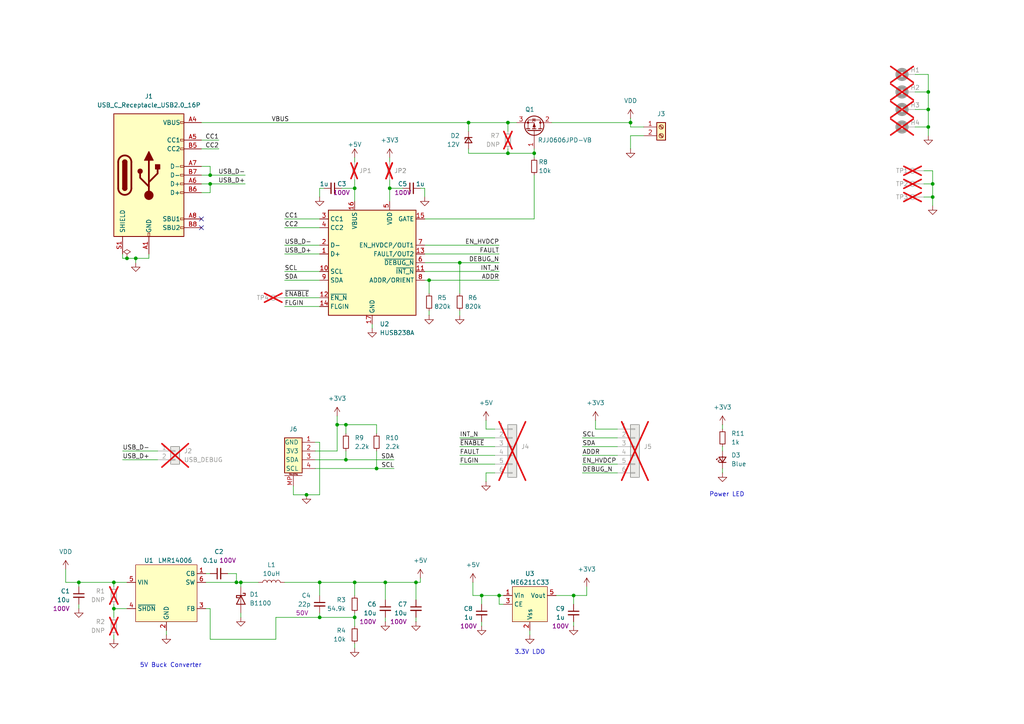
<source format=kicad_sch>
(kicad_sch (version 20231120) (generator "eeschema") (generator_version "8.0")
  (paper "A4")
  (lib_symbols
    (symbol "Connector:Screw_Terminal_01x02" (pin_names (offset 1.016) hide)
      (property "Reference" "J" (at 0 2.54 0))
      (property "Value" "Screw_Terminal_01x02" (at 0 -5.08 0))
      (symbol "Screw_Terminal_01x02_1_1"
        (pin passive line (at -5.08 0 0) (length 3.81) (name "Pin_1") (number "1"))
        (pin passive line (at -5.08 -2.54 0) (length 3.81) (name "Pin_2") (number "2"))
      )
    )
    (symbol "Connector:TestPoint" (pin_numbers hide) (pin_names (offset 0.762) hide)
      (property "Reference" "TP" (at 0 6.858 0))
      (property "Value" "TestPoint" (at 0 5.08 0))
      (symbol "TestPoint_1_1"
        (pin passive line (at 0 0 90) (length 2.54) (name "1") (number "1"))
      )
    )
    (symbol "Connector:USB_C_Receptacle_USB2.0_16P" (pin_names (offset 1.016))
      (property "Reference" "J" (at 0 22.225 0))
      (property "Value" "USB_C_Receptacle_USB2.0_16P" (at 0 19.685 0))
      (symbol "USB_C_Receptacle_USB2.0_16P_1_1"
        (pin passive line (at 0 -22.86 90) (length 5.08) (name "GND") (number "A1"))
        (pin passive line (at 0 -22.86 90) (length 5.08) hide (name "GND") (number "A12"))
        (pin passive line (at 15.24 15.24 180) (length 5.08) (name "VBUS") (number "A4"))
        (pin bidirectional line (at 15.24 10.16 180) (length 5.08) (name "CC1") (number "A5"))
        (pin bidirectional line (at 15.24 -2.54 180) (length 5.08) (name "D+") (number "A6"))
        (pin bidirectional line (at 15.24 2.54 180) (length 5.08) (name "D-") (number "A7"))
        (pin bidirectional line (at 15.24 -12.7 180) (length 5.08) (name "SBU1") (number "A8"))
        (pin passive line (at 15.24 15.24 180) (length 5.08) hide (name "VBUS") (number "A9"))
        (pin passive line (at 0 -22.86 90) (length 5.08) hide (name "GND") (number "B1"))
        (pin passive line (at 0 -22.86 90) (length 5.08) hide (name "GND") (number "B12"))
        (pin passive line (at 15.24 15.24 180) (length 5.08) hide (name "VBUS") (number "B4"))
        (pin bidirectional line (at 15.24 7.62 180) (length 5.08) (name "CC2") (number "B5"))
        (pin bidirectional line (at 15.24 -5.08 180) (length 5.08) (name "D+") (number "B6"))
        (pin bidirectional line (at 15.24 0 180) (length 5.08) (name "D-") (number "B7"))
        (pin bidirectional line (at 15.24 -15.24 180) (length 5.08) (name "SBU2") (number "B8"))
        (pin passive line (at 15.24 15.24 180) (length 5.08) hide (name "VBUS") (number "B9"))
        (pin passive line (at -7.62 -22.86 90) (length 5.08) (name "SHIELD") (number "S1"))
      )
    )
    (symbol "Connector_Generic:Conn_01x02" (pin_names (offset 1.016) hide)
      (property "Reference" "J" (at 0 2.54 0))
      (property "Value" "Conn_01x02" (at 0 -5.08 0))
      (symbol "Conn_01x02_1_1"
        (pin passive line (at -5.08 0 0) (length 3.81) (name "Pin_1") (number "1"))
        (pin passive line (at -5.08 -2.54 0) (length 3.81) (name "Pin_2") (number "2"))
      )
    )
    (symbol "Connector_Generic:Conn_01x06" (pin_names (offset 1.016) hide)
      (property "Reference" "J" (at 0 7.62 0))
      (property "Value" "Conn_01x06" (at 0 -10.16 0))
      (symbol "Conn_01x06_1_1"
        (pin passive line (at -5.08 5.08 0) (length 3.81) (name "Pin_1") (number "1"))
        (pin passive line (at -5.08 2.54 0) (length 3.81) (name "Pin_2") (number "2"))
        (pin passive line (at -5.08 0 0) (length 3.81) (name "Pin_3") (number "3"))
        (pin passive line (at -5.08 -2.54 0) (length 3.81) (name "Pin_4") (number "4"))
        (pin passive line (at -5.08 -5.08 0) (length 3.81) (name "Pin_5") (number "5"))
        (pin passive line (at -5.08 -7.62 0) (length 3.81) (name "Pin_6") (number "6"))
      )
    )
    (symbol "Device:C_Small" (pin_numbers hide) (pin_names (offset 0.254) hide)
      (property "Reference" "C" (at 0.254 1.778 0))
      (property "Value" "C_Small" (at 0.254 -2.032 0))
      (symbol "C_Small_1_1"
        (pin passive line (at 0 2.54 270) (length 2.032) (name "~") (number "1"))
        (pin passive line (at 0 -2.54 90) (length 2.032) (name "~") (number "2"))
      )
    )
    (symbol "Device:D_Schottky" (pin_numbers hide) (pin_names (offset 1.016) hide)
      (property "Reference" "D" (at 0 2.54 0))
      (property "Value" "D_Schottky" (at 0 -2.54 0))
      (symbol "D_Schottky_1_1"
        (pin passive line (at -3.81 0 0) (length 2.54) (name "K") (number "1"))
        (pin passive line (at 3.81 0 180) (length 2.54) (name "A") (number "2"))
      )
    )
    (symbol "Device:D_Zener_Small" (pin_numbers hide) (pin_names (offset 0.254) hide)
      (property "Reference" "D" (at 0 2.286 0))
      (property "Value" "D_Zener_Small" (at 0 -2.286 0))
      (symbol "D_Zener_Small_1_1"
        (pin passive line (at -2.54 0 0) (length 1.778) (name "K") (number "1"))
        (pin passive line (at 2.54 0 180) (length 1.778) (name "A") (number "2"))
      )
    )
    (symbol "Device:L" (pin_numbers hide) (pin_names (offset 1.016) hide)
      (property "Reference" "L" (at -1.27 0 90))
      (property "Value" "L" (at 1.905 0 90))
      (symbol "L_1_1"
        (pin passive line (at 0 3.81 270) (length 1.27) (name "1") (number "1"))
        (pin passive line (at 0 -3.81 90) (length 1.27) (name "2") (number "2"))
      )
    )
    (symbol "Device:LED_Small" (pin_numbers hide) (pin_names (offset 0.254) hide)
      (property "Reference" "D" (at -1.27 3.175 0))
      (property "Value" "LED_Small" (at -4.445 -2.54 0))
      (symbol "LED_Small_1_1"
        (pin passive line (at -2.54 0 0) (length 1.778) (name "K") (number "1"))
        (pin passive line (at 2.54 0 180) (length 1.778) (name "A") (number "2"))
      )
    )
    (symbol "Device:Q_PMOS_GDS" (pin_names (offset 0) hide)
      (property "Reference" "Q" (at 5.08 1.27 0))
      (property "Value" "Q_PMOS_GDS" (at 5.08 -1.27 0))
      (symbol "Q_PMOS_GDS_1_1"
        (pin input line (at -5.08 0 0) (length 2.54) (name "G") (number "1"))
        (pin passive line (at 2.54 5.08 270) (length 2.54) (name "D") (number "2"))
        (pin passive line (at 2.54 -5.08 90) (length 2.54) (name "S") (number "3"))
      )
    )
    (symbol "Device:R_Small" (pin_numbers hide) (pin_names (offset 0.254) hide)
      (property "Reference" "R" (at 0.762 0.508 0))
      (property "Value" "R_Small" (at 0.762 -1.016 0))
      (symbol "R_Small_1_1"
        (pin passive line (at 0 2.54 270) (length 0.762) (name "~") (number "1"))
        (pin passive line (at 0 -2.54 90) (length 0.762) (name "~") (number "2"))
      )
    )
    (symbol "Interface_USB:HUSB238A"
      (property "Reference" "U" (at -11.43 16.51 0))
      (property "Value" "HUSB238A" (at 0 7.62 0))
      (symbol "HUSB238A_1_1"
        (pin bidirectional line (at -15.24 2.54 0) (length 2.54) (name "D+") (number "1"))
        (pin bidirectional line (at -15.24 -2.54 0) (length 2.54) (name "SCL") (number "10"))
        (pin open_collector line (at 15.24 -2.54 180) (length 2.54) (name "~{INT_N}") (number "11"))
        (pin input line (at -15.24 -10.16 0) (length 2.54) (name "~{EN_N}") (number "12"))
        (pin bidirectional line (at 15.24 2.54 180) (length 2.54) (name "FAULT/OUT2") (number "13"))
        (pin input line (at -15.24 -12.7 0) (length 2.54) (name "FLGIN") (number "14"))
        (pin open_collector line (at 15.24 12.7 180) (length 2.54) (name "GATE") (number "15"))
        (pin power_in line (at -5.08 17.78 270) (length 2.54) (name "VBUS") (number "16"))
        (pin power_in line (at 0 -17.78 90) (length 2.54) (name "GND") (number "17"))
        (pin bidirectional line (at -15.24 5.08 0) (length 2.54) (name "D-") (number "2"))
        (pin bidirectional line (at -15.24 12.7 0) (length 2.54) (name "CC1") (number "3"))
        (pin bidirectional line (at -15.24 10.16 0) (length 2.54) (name "CC2") (number "4"))
        (pin power_in line (at 5.08 17.78 270) (length 2.54) (name "VDD") (number "5"))
        (pin output line (at 15.24 0 180) (length 2.54) (name "~{DEBUG_N}") (number "6"))
        (pin bidirectional line (at 15.24 5.08 180) (length 2.54) (name "EN_HVDCP/OUT1") (number "7"))
        (pin bidirectional line (at 15.24 -5.08 180) (length 2.54) (name "ADDR/ORIENT") (number "8"))
        (pin bidirectional line (at -15.24 -5.08 0) (length 2.54) (name "SDA") (number "9"))
      )
    )
    (symbol "Jumper:Jumper_2_Small_Bridged" (pin_numbers hide) (pin_names (offset 0) hide) (exclude_from_sim yes)
      (property "Reference" "JP" (at 0 2.032 0))
      (property "Value" "Jumper_2_Small_Bridged" (at 0 -2.286 0))
      (symbol "Jumper_2_Small_Bridged_1_1"
        (pin passive line (at -2.54 0 0) (length 1.27) (name "A") (number "1"))
        (pin passive line (at 2.54 0 180) (length 1.27) (name "B") (number "2"))
      )
    )
    (symbol "Mechanical:MountingHole_Pad" (pin_numbers hide) (pin_names (offset 1.016) hide) (exclude_from_sim yes) (in_bom no)
      (property "Reference" "H" (at 0 6.35 0))
      (property "Value" "MountingHole_Pad" (at 0 4.445 0))
      (symbol "MountingHole_Pad_1_1"
        (pin input line (at 0 -2.54 90) (length 2.54) (name "1") (number "1"))
      )
    )
    (symbol "OSSM:LMR14006"
      (property "Reference" "U" (at -7.62 7.62 0))
      (symbol "LMR14006_1_1"
        (pin input line (at 11.43 5.08 180) (length 2.54) (name "CB") (number "1"))
        (pin power_in line (at 0 -11.43 90) (length 2.54) (name "GND") (number "2"))
        (pin input line (at 11.43 -5.08 180) (length 2.54) (name "FB") (number "3"))
        (pin input line (at -11.43 -5.08 0) (length 2.54) (name "~{SHDN}") (number "4"))
        (pin power_in line (at -11.43 2.54 0) (length 2.54) (name "VIN") (number "5"))
        (pin input line (at 11.43 2.54 180) (length 2.54) (name "SW") (number "6"))
      )
    )
    (symbol "OSSM:ME6211C"
      (property "Reference" "U" (at -5.08 7.62 0))
      (symbol "ME6211C_1_1"
        (pin power_in line (at -7.62 2.54 0) (length 2.54) (name "Vin") (number "1"))
        (pin power_in line (at 0 -7.62 90) (length 2.54) (name "Vss") (number "2"))
        (pin input line (at -7.62 0 0) (length 2.54) (name "CE") (number "3"))
        (pin no_connect line (at 7.62 -2.54 180) (length 2.54) hide (name "NC") (number "4"))
        (pin power_out line (at 7.62 2.54 180) (length 2.54) (name "Vout") (number "5"))
      )
    )
    (symbol "SKEC_Symbols:Conn_QWIIC_Horizontal" (pin_names (offset 1.016))
      (property "Reference" "J" (at 0 5.08 0))
      (property "Value" "Conn_QWIIC_Horizontal" (at -5.08 10.16 0))
      (symbol "Conn_QWIIC_Horizontal_1_1"
        (text "Mounting" (at 0 -6.731 0) (effects (font (size 0.381 0.381))))
        (pin passive line (at -6.35 2.54 0) (length 3.81) (name "GND") (number "1"))
        (pin passive line (at -6.35 0 0) (length 3.81) (name "3V3") (number "2"))
        (pin passive line (at -6.35 -2.54 0) (length 3.81) (name "SDA") (number "3"))
        (pin passive line (at -6.35 -5.08 0) (length 3.81) (name "SCL") (number "4"))
        (pin passive line (at 0 -10.16 90) (length 3.048) (name "") (number "MP"))
      )
    )
    (symbol "power:+3V3" (power) (pin_numbers hide) (pin_names (offset 0) hide)
      (property "Value" "+3V3" (at 0 3.556 0))
      (symbol "+3V3_1_1"
        (pin power_in line (at 0 0 90) (length 0) (name "~") (number "1"))
      )
    )
    (symbol "power:+5V" (power) (pin_numbers hide) (pin_names (offset 0) hide)
      (property "Value" "+5V" (at 0 3.556 0))
      (symbol "+5V_1_1"
        (pin power_in line (at 0 0 90) (length 0) (name "~") (number "1"))
      )
    )
    (symbol "power:GND" (power) (pin_numbers hide) (pin_names (offset 0) hide)
      (property "Value" "GND" (at 0 -3.81 0))
      (symbol "GND_1_1"
        (pin power_in line (at 0 0 270) (length 0) (name "~") (number "1"))
      )
    )
    (symbol "power:PWR_FLAG" (power) (pin_numbers hide) (pin_names (offset 0) hide)
      (property "Value" "PWR_FLAG" (at 0 3.81 0))
      (symbol "PWR_FLAG_0_0"
        (pin power_out line (at 0 0 90) (length 0) (name "~") (number "1"))
      )
    )
    (symbol "power:VDD" (power) (pin_numbers hide) (pin_names (offset 0) hide)
      (property "Value" "VDD" (at 0 3.556 0))
      (symbol "VDD_1_1"
        (pin power_in line (at 0 0 90) (length 0) (name "~") (number "1"))
      )
    )
  )
  (junction (at 133.35 76.2))
  (junction (at 22.86 168.91))
  (junction (at 102.87 179.07))
  (junction (at 182.88 35.56))
  (junction (at 60.96 53.34))
  (junction (at 100.33 133.35))
  (junction (at 269.24 36.83))
  (junction (at 100.33 123.19))
  (junction (at 144.78 172.72))
  (junction (at 111.76 168.91))
  (junction (at 154.94 44.45))
  (junction (at 36.83 74.93))
  (junction (at 269.24 31.75))
  (junction (at 60.96 50.8))
  (junction (at 120.65 168.91))
  (junction (at 139.7 172.72))
  (junction (at 270.51 53.34))
  (junction (at 166.37 172.72))
  (junction (at 92.71 168.91))
  (junction (at 68.58 168.91))
  (junction (at 135.89 35.56))
  (junction (at 270.51 57.15))
  (junction (at 113.03 54.61))
  (junction (at 33.02 176.53))
  (junction (at 102.87 54.61))
  (junction (at 88.9 143.51))
  (junction (at 269.24 26.67))
  (junction (at 124.46 81.28))
  (junction (at 33.02 168.91))
  (junction (at 102.87 168.91))
  (junction (at 69.85 168.91))
  (junction (at 97.79 123.19))
  (junction (at 109.22 135.89))
  (junction (at 147.32 44.45))
  (junction (at 92.71 179.07))
  (junction (at 39.37 74.93))
  (junction (at 147.32 35.56))
  (no_connect (at 58.42 63.5))
  (no_connect (at 58.42 66.04))
  (wire (pts (xy 113.03 54.61) (xy 113.03 58.42)))
  (wire (pts (xy 60.96 185.42) (xy 80.01 185.42)))
  (wire (pts (xy 209.55 129.54) (xy 209.55 130.81)))
  (wire (pts (xy 135.89 44.45) (xy 147.32 44.45)))
  (wire (pts (xy 161.29 172.72) (xy 166.37 172.72)))
  (wire (pts (xy 82.55 71.12) (xy 92.71 71.12)))
  (wire (pts (xy 22.86 170.18) (xy 22.86 168.91)))
  (wire (pts (xy 186.69 39.37) (xy 182.88 39.37)))
  (wire (pts (xy 133.35 127) (xy 143.51 127)))
  (wire (pts (xy 111.76 168.91) (xy 102.87 168.91)))
  (wire (pts (xy 166.37 172.72) (xy 170.18 172.72)))
  (wire (pts (xy 168.91 137.16) (xy 179.07 137.16)))
  (wire (pts (xy 269.24 36.83) (xy 269.24 39.37)))
  (wire (pts (xy 92.71 179.07) (xy 102.87 179.07)))
  (wire (pts (xy 137.16 172.72) (xy 139.7 172.72)))
  (wire (pts (xy 60.96 176.53) (xy 60.96 185.42)))
  (wire (pts (xy 36.83 168.91) (xy 33.02 168.91)))
  (wire (pts (xy 92.71 168.91) (xy 92.71 172.72)))
  (wire (pts (xy 133.35 76.2) (xy 123.19 76.2)))
  (wire (pts (xy 58.42 48.26) (xy 60.96 48.26)))
  (wire (pts (xy 100.33 130.81) (xy 100.33 133.35)))
  (wire (pts (xy 140.97 121.92) (xy 140.97 124.46)))
  (wire (pts (xy 91.44 128.27) (xy 92.71 128.27)))
  (wire (pts (xy 123.19 54.61) (xy 121.92 54.61)))
  (wire (pts (xy 121.92 167.64) (xy 121.92 168.91)))
  (wire (pts (xy 92.71 66.04) (xy 82.55 66.04)))
  (wire (pts (xy 80.01 185.42) (xy 80.01 179.07)))
  (wire (pts (xy 123.19 81.28) (xy 124.46 81.28)))
  (wire (pts (xy 69.85 168.91) (xy 69.85 170.18)))
  (wire (pts (xy 133.35 85.09) (xy 133.35 76.2)))
  (wire (pts (xy 59.69 176.53) (xy 60.96 176.53)))
  (wire (pts (xy 19.05 165.1) (xy 19.05 168.91)))
  (wire (pts (xy 88.9 143.51) (xy 92.71 143.51)))
  (wire (pts (xy 166.37 180.34) (xy 166.37 181.61)))
  (wire (pts (xy 58.42 35.56) (xy 135.89 35.56)))
  (wire (pts (xy 133.35 134.62) (xy 143.51 134.62)))
  (wire (pts (xy 270.51 57.15) (xy 270.51 59.69)))
  (wire (pts (xy 59.69 166.37) (xy 60.96 166.37)))
  (wire (pts (xy 102.87 186.69) (xy 102.87 187.96)))
  (wire (pts (xy 60.96 55.88) (xy 58.42 55.88)))
  (wire (pts (xy 172.72 124.46) (xy 172.72 121.92)))
  (wire (pts (xy 111.76 179.07) (xy 111.76 180.34)))
  (wire (pts (xy 48.26 182.88) (xy 48.26 184.15)))
  (wire (pts (xy 113.03 52.07) (xy 113.03 54.61)))
  (wire (pts (xy 58.42 43.18) (xy 63.5 43.18)))
  (wire (pts (xy 58.42 40.64) (xy 63.5 40.64)))
  (wire (pts (xy 154.94 44.45) (xy 154.94 45.72)))
  (wire (pts (xy 135.89 35.56) (xy 147.32 35.56)))
  (wire (pts (xy 123.19 57.15) (xy 123.19 54.61)))
  (wire (pts (xy 140.97 137.16) (xy 143.51 137.16)))
  (wire (pts (xy 66.04 166.37) (xy 68.58 166.37)))
  (wire (pts (xy 92.71 81.28) (xy 82.55 81.28)))
  (wire (pts (xy 97.79 123.19) (xy 97.79 120.65)))
  (wire (pts (xy 113.03 45.72) (xy 113.03 46.99)))
  (wire (pts (xy 102.87 179.07) (xy 102.87 177.8)))
  (wire (pts (xy 33.02 176.53) (xy 33.02 175.26)))
  (wire (pts (xy 123.19 78.74) (xy 144.78 78.74)))
  (wire (pts (xy 92.71 57.15) (xy 92.71 54.61)))
  (wire (pts (xy 82.55 73.66) (xy 92.71 73.66)))
  (wire (pts (xy 43.18 74.93) (xy 43.18 73.66)))
  (wire (pts (xy 154.94 50.8) (xy 154.94 63.5)))
  (wire (pts (xy 92.71 54.61) (xy 93.98 54.61)))
  (wire (pts (xy 166.37 172.72) (xy 166.37 175.26)))
  (wire (pts (xy 82.55 88.9) (xy 92.71 88.9)))
  (wire (pts (xy 147.32 35.56) (xy 149.86 35.56)))
  (wire (pts (xy 82.55 168.91) (xy 92.71 168.91)))
  (wire (pts (xy 35.56 130.81) (xy 45.72 130.81)))
  (wire (pts (xy 111.76 168.91) (xy 111.76 173.99)))
  (wire (pts (xy 71.12 50.8) (xy 60.96 50.8)))
  (wire (pts (xy 71.12 53.34) (xy 60.96 53.34)))
  (wire (pts (xy 113.03 54.61) (xy 116.84 54.61)))
  (wire (pts (xy 270.51 53.34) (xy 270.51 57.15)))
  (wire (pts (xy 265.43 36.83) (xy 269.24 36.83)))
  (wire (pts (xy 153.67 182.88) (xy 153.67 184.15)))
  (wire (pts (xy 120.65 168.91) (xy 111.76 168.91)))
  (wire (pts (xy 139.7 172.72) (xy 144.78 172.72)))
  (wire (pts (xy 154.94 43.18) (xy 154.94 44.45)))
  (wire (pts (xy 35.56 73.66) (xy 35.56 74.93)))
  (wire (pts (xy 124.46 90.17) (xy 124.46 91.44)))
  (wire (pts (xy 92.71 78.74) (xy 82.55 78.74)))
  (wire (pts (xy 135.89 35.56) (xy 135.89 38.1)))
  (wire (pts (xy 58.42 50.8) (xy 60.96 50.8)))
  (wire (pts (xy 140.97 139.7) (xy 140.97 137.16)))
  (wire (pts (xy 80.01 179.07) (xy 92.71 179.07)))
  (wire (pts (xy 269.24 21.59) (xy 269.24 26.67)))
  (wire (pts (xy 265.43 26.67) (xy 269.24 26.67)))
  (wire (pts (xy 69.85 177.8) (xy 69.85 179.07)))
  (wire (pts (xy 168.91 127) (xy 179.07 127)))
  (wire (pts (xy 85.09 140.97) (xy 85.09 143.51)))
  (wire (pts (xy 68.58 168.91) (xy 69.85 168.91)))
  (wire (pts (xy 137.16 168.91) (xy 137.16 172.72)))
  (wire (pts (xy 186.69 36.83) (xy 182.88 36.83)))
  (wire (pts (xy 36.83 176.53) (xy 33.02 176.53)))
  (wire (pts (xy 39.37 74.93) (xy 43.18 74.93)))
  (wire (pts (xy 35.56 74.93) (xy 36.83 74.93)))
  (wire (pts (xy 109.22 135.89) (xy 114.3 135.89)))
  (wire (pts (xy 100.33 123.19) (xy 109.22 123.19)))
  (wire (pts (xy 85.09 143.51) (xy 88.9 143.51)))
  (wire (pts (xy 182.88 35.56) (xy 182.88 34.29)))
  (wire (pts (xy 139.7 180.34) (xy 139.7 181.61)))
  (wire (pts (xy 270.51 49.53) (xy 270.51 53.34)))
  (wire (pts (xy 133.35 129.54) (xy 143.51 129.54)))
  (wire (pts (xy 120.65 168.91) (xy 120.65 173.99)))
  (wire (pts (xy 59.69 168.91) (xy 68.58 168.91)))
  (wire (pts (xy 133.35 76.2) (xy 144.78 76.2)))
  (wire (pts (xy 58.42 53.34) (xy 60.96 53.34)))
  (wire (pts (xy 269.24 31.75) (xy 269.24 36.83)))
  (wire (pts (xy 91.44 130.81) (xy 97.79 130.81)))
  (wire (pts (xy 102.87 45.72) (xy 102.87 46.99)))
  (wire (pts (xy 91.44 133.35) (xy 100.33 133.35)))
  (wire (pts (xy 109.22 135.89) (xy 109.22 130.81)))
  (wire (pts (xy 146.05 175.26) (xy 144.78 175.26)))
  (wire (pts (xy 124.46 81.28) (xy 144.78 81.28)))
  (wire (pts (xy 147.32 38.1) (xy 147.32 35.56)))
  (wire (pts (xy 92.71 128.27) (xy 92.71 143.51)))
  (wire (pts (xy 124.46 81.28) (xy 124.46 85.09)))
  (wire (pts (xy 265.43 31.75) (xy 269.24 31.75)))
  (wire (pts (xy 33.02 176.53) (xy 33.02 179.07)))
  (wire (pts (xy 123.19 73.66) (xy 144.78 73.66)))
  (wire (pts (xy 123.19 71.12) (xy 144.78 71.12)))
  (wire (pts (xy 22.86 175.26) (xy 22.86 176.53)))
  (wire (pts (xy 92.71 63.5) (xy 82.55 63.5)))
  (wire (pts (xy 60.96 48.26) (xy 60.96 50.8)))
  (wire (pts (xy 209.55 123.19) (xy 209.55 124.46)))
  (wire (pts (xy 267.97 53.34) (xy 270.51 53.34)))
  (wire (pts (xy 133.35 90.17) (xy 133.35 91.44)))
  (wire (pts (xy 179.07 124.46) (xy 172.72 124.46)))
  (wire (pts (xy 33.02 184.15) (xy 33.02 185.42)))
  (wire (pts (xy 135.89 43.18) (xy 135.89 44.45)))
  (wire (pts (xy 269.24 26.67) (xy 269.24 31.75)))
  (wire (pts (xy 182.88 36.83) (xy 182.88 35.56)))
  (wire (pts (xy 36.83 74.93) (xy 39.37 74.93)))
  (wire (pts (xy 109.22 125.73) (xy 109.22 123.19)))
  (wire (pts (xy 100.33 125.73) (xy 100.33 123.19)))
  (wire (pts (xy 139.7 172.72) (xy 139.7 175.26)))
  (wire (pts (xy 91.44 135.89) (xy 109.22 135.89)))
  (wire (pts (xy 107.95 93.98) (xy 107.95 95.25)))
  (wire (pts (xy 19.05 168.91) (xy 22.86 168.91)))
  (wire (pts (xy 92.71 168.91) (xy 102.87 168.91)))
  (wire (pts (xy 35.56 133.35) (xy 45.72 133.35)))
  (wire (pts (xy 144.78 175.26) (xy 144.78 172.72)))
  (wire (pts (xy 120.65 179.07) (xy 120.65 180.34)))
  (wire (pts (xy 140.97 124.46) (xy 143.51 124.46)))
  (wire (pts (xy 60.96 53.34) (xy 60.96 55.88)))
  (wire (pts (xy 92.71 177.8) (xy 92.71 179.07)))
  (wire (pts (xy 267.97 57.15) (xy 270.51 57.15)))
  (wire (pts (xy 102.87 54.61) (xy 102.87 58.42)))
  (wire (pts (xy 168.91 129.54) (xy 179.07 129.54)))
  (wire (pts (xy 147.32 44.45) (xy 154.94 44.45)))
  (wire (pts (xy 82.55 86.36) (xy 92.71 86.36)))
  (wire (pts (xy 102.87 52.07) (xy 102.87 54.61)))
  (wire (pts (xy 102.87 179.07) (xy 102.87 181.61)))
  (wire (pts (xy 100.33 133.35) (xy 114.3 133.35)))
  (wire (pts (xy 33.02 168.91) (xy 33.02 170.18)))
  (wire (pts (xy 147.32 43.18) (xy 147.32 44.45)))
  (wire (pts (xy 170.18 170.18) (xy 170.18 172.72)))
  (wire (pts (xy 168.91 134.62) (xy 179.07 134.62)))
  (wire (pts (xy 144.78 172.72) (xy 146.05 172.72)))
  (wire (pts (xy 22.86 168.91) (xy 33.02 168.91)))
  (wire (pts (xy 267.97 49.53) (xy 270.51 49.53)))
  (wire (pts (xy 209.55 135.89) (xy 209.55 137.16)))
  (wire (pts (xy 69.85 168.91) (xy 74.93 168.91)))
  (wire (pts (xy 265.43 21.59) (xy 269.24 21.59)))
  (wire (pts (xy 182.88 39.37) (xy 182.88 43.18)))
  (wire (pts (xy 102.87 168.91) (xy 102.87 172.72)))
  (wire (pts (xy 160.02 35.56) (xy 182.88 35.56)))
  (wire (pts (xy 121.92 168.91) (xy 120.65 168.91)))
  (wire (pts (xy 39.37 74.93) (xy 39.37 76.2)))
  (wire (pts (xy 168.91 132.08) (xy 179.07 132.08)))
  (wire (pts (xy 97.79 130.81) (xy 97.79 123.19)))
  (wire (pts (xy 68.58 166.37) (xy 68.58 168.91)))
  (wire (pts (xy 102.87 54.61) (xy 99.06 54.61)))
  (wire (pts (xy 97.79 123.19) (xy 100.33 123.19)))
  (wire (pts (xy 133.35 132.08) (xy 143.51 132.08)))
  (wire (pts (xy 123.19 63.5) (xy 154.94 63.5)))
  (text "5V Buck Converter" (at 49.53 193.04 0) (effects (font (size 1.27 1.27))))
  (text "3.3V LDO" (at 153.67 189.23 0) (effects (font (size 1.27 1.27))))
  (text "Power LED" (at 210.82 143.51 0) (effects (font (size 1.27 1.27))))
  (label "FLGIN" (at 133.35 134.62 0))
  (label "USB_D-" (at 71.12 50.8 180))
  (label "SCL" (at 82.55 78.74 0))
  (label "USB_D-" (at 82.55 71.12 0))
  (label "DEBUG_N" (at 168.91 137.16 0))
  (label "SDA" (at 168.91 129.54 0))
  (label "CC2" (at 63.5 43.18 180))
  (label "~{ENABLE}" (at 82.55 86.36 0))
  (label "SDA" (at 82.55 81.28 0))
  (label "CC1" (at 63.5 40.64 180))
  (label "SDA" (at 114.3 133.35 180))
  (label "USB_D+" (at 71.12 53.34 180))
  (label "VBUS" (at 78.74 35.56 0))
  (label "INT_N" (at 144.78 78.74 180))
  (label "EN_HVDCP" (at 144.78 71.12 180))
  (label "USB_D-" (at 35.56 130.81 0))
  (label "CC2" (at 82.55 66.04 0))
  (label "DEBUG_N" (at 144.78 76.2 180))
  (label "FAULT" (at 133.35 132.08 0))
  (label "SCL" (at 114.3 135.89 180))
  (label "ADDR" (at 144.78 81.28 180))
  (label "EN_HVDCP" (at 168.91 134.62 0))
  (label "~{ENABLE}" (at 133.35 129.54 0))
  (label "CC1" (at 82.55 63.5 0))
  (label "ADDR" (at 168.91 132.08 0))
  (label "FAULT" (at 144.78 73.66 180))
  (label "FLGIN" (at 82.55 88.9 0))
  (label "USB_D+" (at 35.56 133.35 0))
  (label "SCL" (at 168.91 127 0))
  (label "INT_N" (at 133.35 127 0))
  (label "USB_D+" (at 82.55 73.66 0))
  (symbol (lib_id "Connector:Screw_Terminal_01x02") (at 191.77 36.83 0) (unit 1)
    (property "Reference" "J3" (at 191.77 33.02 0))
    (property "Value" "Screw_Terminal_01x02" (effects (hide yes)))
    (property "Footprint" "TerminalBlock_Phoenix:TerminalBlock_Phoenix_MKDS-1,5-2_1x02_P5.00mm_Horizontal" (effects (hide yes)))
    (property "Datasheet" "https://www.lcsc.com/datasheet/lcsc_datasheet_1912251632_Ningbo-Kangnex-Elec-WJ128V-5-0-2P_C8269.pdf" (effects (hide yes)))
    (property "Description" "Generic screw terminal, single row, 01x02, script generated (kicad-library-utils/schlib/autogen/connector/)" (effects (hide yes)))
    (property "MPN" "C8269" (effects (hide yes)))
  )
  (symbol (lib_id "power:GND") (at 153.67 184.15 0) (unit 1)
    (property "Reference" "#PWR021" (effects (hide yes)))
    (property "Value" "GND" (effects (hide yes)))
    (property "Description" "Power symbol creates a global label with name \"GND\" , ground" (effects (hide yes)))
  )
  (symbol (lib_id "power:+5V") (at 121.92 167.64 0) (unit 1)
    (property "Reference" "#PWR017" (effects (hide yes)))
    (property "Value" "+5V" (at 121.92 162.56 0))
    (property "Description" "Power symbol creates a global label with name \"+5V\"" (effects (hide yes)))
  )
  (symbol (lib_id "power:GND") (at 140.97 139.7 0) (unit 1)
    (property "Reference" "#PWR028" (effects (hide yes)))
    (property "Value" "GND" (effects (hide yes)))
    (property "Description" "Power symbol creates a global label with name \"GND\" , ground" (effects (hide yes)))
  )
  (symbol (lib_id "power:+3V3") (at 170.18 170.18 0) (unit 1)
    (property "Reference" "#PWR025" (effects (hide yes)))
    (property "Value" "+3V3" (at 170.18 165.1 0))
    (property "Description" "Power symbol creates a global label with name \"+3V3\"" (effects (hide yes)))
  )
  (symbol (lib_id "Connector:TestPoint") (at 82.55 86.36 90) (unit 1) (in_bom no) (dnp yes)
    (property "Reference" "TP4" (at 76.2 86.36 90))
    (property "Value" "TestPoint" (effects (hide yes)))
    (property "Footprint" "TestPoint:TestPoint_THTPad_D1.0mm_Drill0.5mm" (effects (hide yes)))
    (property "Description" "test point" (effects (hide yes)))
  )
  (symbol (lib_id "Mechanical:MountingHole_Pad") (at 262.89 36.83 90) (unit 1) (exclude_from_sim yes) (in_bom no) (dnp yes)
    (property "Reference" "H4" (at 265.43 35.56 90))
    (property "Value" "MountingHole_Pad" (effects (hide yes)))
    (property "Footprint" "MountingHole:MountingHole_3.2mm_M3_Pad_Via" (effects (hide yes)))
    (property "Description" "Mounting Hole with connection" (effects (hide yes)))
  )
  (symbol (lib_id "Device:C_Small") (at 92.71 175.26 0) (mirror y) (unit 1)
    (property "Reference" "C4" (at 90.17 172.72 0) (effects (justify left)))
    (property "Value" "22p" (at 90.17 175.26 0) (effects (justify left)))
    (property "Footprint" "Capacitor_SMD:C_0402_1005Metric" (effects (hide yes)))
    (property "Datasheet" "https://www.lcsc.com/datasheet/lcsc_datasheet_2410010133_Murata-Electronics-GRT1555C2A220JA02D_C883567.pdf" (effects (hide yes)))
    (property "Description" "Unpolarized capacitor, small symbol" (effects (hide yes)))
    (property "MPN" "C883567" (effects (hide yes)))
    (property "Voltage" "50V" (at 87.63 177.7938 0))
  )
  (symbol (lib_id "OSSM:ME6211C") (at 153.67 175.26 0) (unit 1)
    (property "Reference" "U3" (at 153.67 166.37 0))
    (property "Value" "ME6211C33" (at 153.67 168.91 0))
    (property "Footprint" "Package_TO_SOT_SMD:SOT-23-5" (effects (hide yes)))
    (property "Datasheet" "https://www.lcsc.com/datasheet/lcsc_datasheet_1811131510_MICRONE-Nanjing-Micro-One-Elec-ME6211C33M5G-N_C82942.pdf" (effects (hide yes)))
    (property "MPN" "C82942" (effects (hide yes)))
  )
  (symbol (lib_id "Connector_Generic:Conn_01x06") (at 184.15 129.54 0) (unit 1) (in_bom no) (dnp yes)
    (property "Reference" "J5" (at 186.69 129.5399 0) (effects (justify left)))
    (property "Value" "Conn_01x06" (effects (hide yes)))
    (property "Footprint" "Connector_PinHeader_2.54mm:PinHeader_1x06_P2.54mm_Vertical" (effects (hide yes)))
    (property "Description" "Generic connector, single row, 01x06, script generated (kicad-library-utils/schlib/autogen/connector/)" (effects (hide yes)))
  )
  (symbol (lib_id "Connector:TestPoint") (at 267.97 49.53 90) (unit 1) (in_bom no) (dnp yes)
    (property "Reference" "TP1" (at 261.62 49.53 90))
    (property "Value" "TestPoint" (effects (hide yes)))
    (property "Footprint" "TestPoint:TestPoint_THTPad_D1.0mm_Drill0.5mm" (effects (hide yes)))
    (property "Description" "test point" (effects (hide yes)))
  )
  (symbol (lib_id "power:+3V3") (at 97.79 120.65 0) (unit 1)
    (property "Reference" "#PWR032" (effects (hide yes)))
    (property "Value" "+3V3" (at 97.79 115.57 0))
    (property "Description" "Power symbol creates a global label with name \"+3V3\"" (effects (hide yes)))
  )
  (symbol (lib_id "Device:C_Small") (at 63.5 166.37 90) (unit 1)
    (property "Reference" "C2" (at 63.5063 160.02 90))
    (property "Value" "0.1u" (at 60.96 162.56 90))
    (property "Footprint" "Capacitor_SMD:C_0603_1608Metric" (effects (hide yes)))
    (property "Datasheet" "https://www.lcsc.com/datasheet/lcsc_datasheet_1811131730_YAGEO-CC0603KRX7R0BB104_C113803.pdf" (effects (hide yes)))
    (property "Description" "Unpolarized capacitor, small symbol" (effects (hide yes)))
    (property "MPN" "C113803" (effects (hide yes)))
    (property "Voltage" "100V" (at 66.04 162.56 90))
  )
  (symbol (lib_id "Mechanical:MountingHole_Pad") (at 262.89 21.59 90) (unit 1) (exclude_from_sim yes) (in_bom no) (dnp yes)
    (property "Reference" "H1" (at 265.43 20.32 90))
    (property "Value" "MountingHole_Pad" (effects (hide yes)))
    (property "Footprint" "MountingHole:MountingHole_3.2mm_M3_Pad_Via" (effects (hide yes)))
    (property "Description" "Mounting Hole with connection" (effects (hide yes)))
  )
  (symbol (lib_id "Device:R_Small") (at 133.35 87.63 0) (mirror x) (unit 1)
    (property "Reference" "R6" (at 138.43 86.36 0) (effects (justify right)))
    (property "Value" "820k" (at 139.7 88.9 0) (effects (justify right)))
    (property "Footprint" "Resistor_SMD:R_0402_1005Metric" (effects (hide yes)))
    (property "Description" "Resistor, small symbol" (effects (hide yes)))
    (property "MPN" "C273727" (effects (hide yes)))
  )
  (symbol (lib_id "Device:R_Small") (at 102.87 184.15 0) (mirror y) (unit 1)
    (property "Reference" "R4" (at 100.33 182.8799 0) (effects (justify left)))
    (property "Value" "10k" (at 100.33 185.4199 0) (effects (justify left)))
    (property "Footprint" "Resistor_SMD:R_0402_1005Metric" (effects (hide yes)))
    (property "Description" "Resistor, small symbol" (effects (hide yes)))
    (property "MPN" "C60490" (effects (hide yes)))
  )
  (symbol (lib_id "Device:LED_Small") (at 209.55 133.35 90) (unit 1)
    (property "Reference" "D3" (at 212.09 132.0164 90) (effects (justify right)))
    (property "Value" "Blue" (at 212.09 134.5564 90) (effects (justify right)))
    (property "Footprint" "LED_SMD:LED_0603_1608Metric" (effects (hide yes)))
    (property "Datasheet" "https://www.lcsc.com/datasheet/lcsc_datasheet_2308091127_TUOZHAN-F-0603-00026-P2-0603B1TS2-06T-001_C7496819.pdf" (effects (hide yes)))
    (property "Description" "Light emitting diode, small symbol" (effects (hide yes)))
    (property "MPN" "C7496819" (effects (hide yes)))
  )
  (symbol (lib_id "power:GND") (at 102.87 187.96 0) (unit 1)
    (property "Reference" "#PWR011" (effects (hide yes)))
    (property "Value" "GND" (effects (hide yes)))
    (property "Description" "Power symbol creates a global label with name \"GND\" , ground" (effects (hide yes)))
  )
  (symbol (lib_id "Interface_USB:HUSB238A") (at 107.95 76.2 0) (unit 1)
    (property "Reference" "U2" (at 110.1441 93.98 0) (effects (justify left)))
    (property "Value" "HUSB238A" (at 110.1441 96.52 0) (effects (justify left)))
    (property "Footprint" "Package_DFN_QFN:QFN-16-1EP_3x3mm_P0.5mm_EP1.7x1.7mm" (effects (hide yes)))
    (property "Datasheet" "https://wmsc.lcsc.com/wmsc/upload/file/pdf/v2/lcsc/2407031138_Hynetek-HUSB238A-BB001-QN16R_C24833806.pdf" (effects (hide yes)))
    (property "Description" "USB-PD Sink IC Port Controller, QFN-16" (effects (hide yes)))
    (property "MPN" "C24833806" (effects (hide yes)))
  )
  (symbol (lib_id "power:GND") (at 48.26 184.15 0) (unit 1)
    (property "Reference" "#PWR05" (effects (hide yes)))
    (property "Value" "GND" (effects (hide yes)))
    (property "Description" "Power symbol creates a global label with name \"GND\" , ground" (effects (hide yes)))
  )
  (symbol (lib_id "Device:C_Small") (at 139.7 177.8 0) (mirror y) (unit 1)
    (property "Reference" "C8" (at 137.16 176.5362 0) (effects (justify left)))
    (property "Value" "1u" (at 137.16 179.0762 0) (effects (justify left)))
    (property "Footprint" "Capacitor_SMD:C_0805_2012Metric" (effects (hide yes)))
    (property "Datasheet" "https://www.lcsc.com/datasheet/lcsc_datasheet_2211282230_Taiyo-Yuden-HMK212BC7105KGHTE_C385977.pdf" (effects (hide yes)))
    (property "Description" "Unpolarized capacitor, small symbol" (effects (hide yes)))
    (property "MPN" "C385977" (effects (hide yes)))
    (property "Voltage" "100V" (at 135.89 181.61 0))
  )
  (symbol (lib_id "power:+5V") (at 102.87 45.72 0) (unit 1)
    (property "Reference" "#PWR08" (effects (hide yes)))
    (property "Value" "+5V" (at 102.87 41.91 0))
    (property "Description" "Power symbol creates a global label with name \"+5V\"" (effects (hide yes)))
  )
  (symbol (lib_id "power:GND") (at 33.02 185.42 0) (unit 1)
    (property "Reference" "#PWR04" (effects (hide yes)))
    (property "Value" "GND" (effects (hide yes)))
    (property "Description" "Power symbol creates a global label with name \"GND\" , ground" (effects (hide yes)))
  )
  (symbol (lib_id "Device:R_Small") (at 209.55 127 0) (unit 1)
    (property "Reference" "R11" (at 212.09 125.7299 0) (effects (justify left)))
    (property "Value" "1k" (at 212.09 128.2699 0) (effects (justify left)))
    (property "Footprint" "Resistor_SMD:R_0402_1005Metric" (effects (hide yes)))
    (property "Description" "Resistor, small symbol" (effects (hide yes)))
    (property "MPN" "C11702" (effects (hide yes)))
  )
  (symbol (lib_id "power:+3V3") (at 113.03 45.72 0) (unit 1)
    (property "Reference" "#PWR010" (effects (hide yes)))
    (property "Value" "+3V3" (at 113.03 40.64 0))
    (property "Description" "Power symbol creates a global label with name \"+3V3\"" (effects (hide yes)))
  )
  (symbol (lib_id "Device:R_Small") (at 100.33 128.27 0) (unit 1)
    (property "Reference" "R9" (at 102.87 126.9999 0) (effects (justify left)))
    (property "Value" "2.2k" (at 102.87 129.5399 0) (effects (justify left)))
    (property "Footprint" "Resistor_SMD:R_0402_1005Metric_Pad0.72x0.64mm_HandSolder" (effects (hide yes)))
    (property "Description" "Resistor, small symbol" (effects (hide yes)))
  )
  (symbol (lib_id "power:GND") (at 69.85 179.07 0) (unit 1)
    (property "Reference" "#PWR06" (effects (hide yes)))
    (property "Value" "GND" (effects (hide yes)))
    (property "Description" "Power symbol creates a global label with name \"GND\" , ground" (effects (hide yes)))
  )
  (symbol (lib_id "power:VDD") (at 19.05 165.1 0) (unit 1)
    (property "Reference" "#PWR01" (effects (hide yes)))
    (property "Value" "VDD" (at 19.05 160.02 0))
    (property "Description" "Power symbol creates a global label with name \"VDD\"" (effects (hide yes)))
  )
  (symbol (lib_id "power:GND") (at 120.65 180.34 0) (unit 1)
    (property "Reference" "#PWR016" (effects (hide yes)))
    (property "Value" "GND" (effects (hide yes)))
    (property "Description" "Power symbol creates a global label with name \"GND\" , ground" (effects (hide yes)))
  )
  (symbol (lib_id "Device:C_Small") (at 119.38 54.61 90) (mirror x) (unit 1)
    (property "Reference" "C5" (at 118.11 53.34 90) (effects (justify left)))
    (property "Value" "1u" (at 123.19 53.34 90) (effects (justify left)))
    (property "Footprint" "Capacitor_SMD:C_0805_2012Metric" (effects (hide yes)))
    (property "Datasheet" "https://www.lcsc.com/datasheet/lcsc_datasheet_2211282230_Taiyo-Yuden-HMK212BC7105KGHTE_C385977.pdf" (effects (hide yes)))
    (property "Description" "Unpolarized capacitor, small symbol" (effects (hide yes)))
    (property "MPN" "C385977" (effects (hide yes)))
    (property "Voltage" "100V" (at 116.84 55.88 90))
  )
  (symbol (lib_id "Device:D_Schottky") (at 69.85 173.99 270) (unit 1)
    (property "Reference" "D1" (at 72.39 172.4024 90) (effects (justify left)))
    (property "Value" "B1100" (at 72.39 174.9424 90) (effects (justify left)))
    (property "Footprint" "Diode_SMD:D_SMA" (effects (hide yes)))
    (property "Datasheet" "https://wmsc.lcsc.com/wmsc/upload/file/pdf/v2/lcsc/2304140030_Diodes-Incorporated-B1100-13-F_C110106.pdf" (effects (hide yes)))
    (property "Description" "Schottky diode" (effects (hide yes)))
    (property "MPN" "C110106" (effects (hide yes)))
  )
  (symbol (lib_id "power:+3V3") (at 172.72 121.92 0) (unit 1)
    (property "Reference" "#PWR027" (effects (hide yes)))
    (property "Value" "+3V3" (at 172.72 116.84 0))
    (property "Description" "Power symbol creates a global label with name \"+3V3\"" (effects (hide yes)))
  )
  (symbol (lib_id "OSSM:LMR14006") (at 48.26 171.45 0) (unit 1)
    (property "Reference" "U1" (at 43.18 162.56 0))
    (property "Value" "LMR14006" (at 50.8 162.56 0))
    (property "Footprint" "Package_TO_SOT_SMD:SOT-23-6" (effects (hide yes)))
    (property "Datasheet" "https://www.ti.com/lit/ds/symlink/lmr14006.pdf" (effects (hide yes)))
    (property "MPN" "C477919" (effects (hide yes)))
  )
  (symbol (lib_id "Device:C_Small") (at 120.65 176.53 0) (mirror y) (unit 1)
    (property "Reference" "C7" (at 118.11 175.2662 0) (effects (justify left)))
    (property "Value" "10u" (at 118.11 177.8062 0) (effects (justify left)))
    (property "Footprint" "Capacitor_SMD:C_1210_3225Metric" (effects (hide yes)))
    (property "Datasheet" "https://www.lcsc.com/datasheet/lcsc_datasheet_2209061730_PSA-Prosperity-Dielectrics-FS32X106K101EGG_C5156756.pdf" (effects (hide yes)))
    (property "Description" "Unpolarized capacitor, small symbol" (effects (hide yes)))
    (property "MPN" "C5156756" (effects (hide yes)))
    (property "Voltage" "100V" (at 115.57 180.34 0))
  )
  (symbol (lib_id "Device:R_Small") (at 109.22 128.27 0) (unit 1)
    (property "Reference" "R10" (at 111.76 126.9999 0) (effects (justify left)))
    (property "Value" "2.2k" (at 111.76 129.5399 0) (effects (justify left)))
    (property "Footprint" "Resistor_SMD:R_0402_1005Metric_Pad0.72x0.64mm_HandSolder" (effects (hide yes)))
    (property "Description" "Resistor, small symbol" (effects (hide yes)))
  )
  (symbol (lib_id "power:GND") (at 209.55 137.16 0) (unit 1)
    (property "Reference" "#PWR030" (effects (hide yes)))
    (property "Value" "GND" (effects (hide yes)))
    (property "Description" "Power symbol creates a global label with name \"GND\" , ground" (effects (hide yes)))
  )
  (symbol (lib_id "Device:R_Small") (at 33.02 172.72 0) (mirror y) (unit 1) (dnp yes)
    (property "Reference" "R1" (at 30.48 171.4499 0) (effects (justify left)))
    (property "Value" "DNP" (at 30.48 173.9899 0) (effects (justify left)))
    (property "Footprint" "Resistor_SMD:R_0402_1005Metric" (effects (hide yes)))
    (property "Description" "Resistor, small symbol" (effects (hide yes)))
  )
  (symbol (lib_id "power:VDD") (at 182.88 34.29 0) (unit 1)
    (property "Reference" "#PWR022" (effects (hide yes)))
    (property "Value" "VDD" (at 182.88 29.21 0))
    (property "Description" "Power symbol creates a global label with name \"VDD\"" (effects (hide yes)))
  )
  (symbol (lib_id "power:GND") (at 269.24 39.37 0) (unit 1)
    (property "Reference" "#PWR031" (effects (hide yes)))
    (property "Value" "GND" (effects (hide yes)))
    (property "Description" "Power symbol creates a global label with name \"GND\" , ground" (effects (hide yes)))
  )
  (symbol (lib_id "power:PWR_FLAG") (at 36.83 74.93 0) (unit 1)
    (property "Reference" "#FLG01" (effects (hide yes)))
    (property "Value" "PWR_FLAG" (effects (hide yes)))
    (property "Description" "Special symbol for telling ERC where power comes from" (effects (hide yes)))
  )
  (symbol (lib_id "Device:C_Small") (at 96.52 54.61 270) (unit 1)
    (property "Reference" "C3" (at 97.79 53.34 90) (effects (justify left)))
    (property "Value" "1u" (at 92.71 53.34 90) (effects (justify left)))
    (property "Footprint" "Capacitor_SMD:C_0805_2012Metric" (effects (hide yes)))
    (property "Datasheet" "https://www.lcsc.com/datasheet/lcsc_datasheet_2211282230_Taiyo-Yuden-HMK212BC7105KGHTE_C385977.pdf" (effects (hide yes)))
    (property "Description" "Unpolarized capacitor, small symbol" (effects (hide yes)))
    (property "MPN" "C385977" (effects (hide yes)))
    (property "Voltage" "100V" (at 99.06 55.88 90))
  )
  (symbol (lib_id "power:+3V3") (at 209.55 123.19 0) (unit 1)
    (property "Reference" "#PWR029" (effects (hide yes)))
    (property "Value" "+3V3" (at 209.55 118.11 0))
    (property "Description" "Power symbol creates a global label with name \"+3V3\"" (effects (hide yes)))
  )
  (symbol (lib_id "Device:R_Small") (at 154.94 48.26 0) (mirror x) (unit 1)
    (property "Reference" "R8" (at 156.21 46.99 0) (effects (justify left)))
    (property "Value" "10k" (at 156.21 49.53 0) (effects (justify left)))
    (property "Footprint" "Resistor_SMD:R_0402_1005Metric" (effects (hide yes)))
    (property "Description" "Resistor, small symbol" (effects (hide yes)))
    (property "MPN" "C60490" (effects (hide yes)))
  )
  (symbol (lib_id "power:GND") (at 124.46 91.44 0) (unit 1)
    (property "Reference" "#PWR013" (effects (hide yes)))
    (property "Value" "GND" (effects (hide yes)))
    (property "Description" "Power symbol creates a global label with name \"GND\" , ground" (effects (hide yes)))
  )
  (symbol (lib_id "Connector:USB_C_Receptacle_USB2.0_16P") (at 43.18 50.8 0) (unit 1)
    (property "Reference" "J1" (at 43.18 27.94 0))
    (property "Value" "USB_C_Receptacle_USB2.0_16P" (at 43.18 30.48 0))
    (property "Footprint" "Connector_USB:USB_C_Receptacle_HRO_TYPE-C-31-M-12" (effects (hide yes)))
    (property "Datasheet" "https://www.usb.org/sites/default/files/documents/usb_type-c.zip" (effects (hide yes)))
    (property "Description" "USB 2.0-only 16P Type-C Receptacle connector" (effects (hide yes)))
    (property "MPN" "C165948" (effects (hide yes)))
  )
  (symbol (lib_id "Device:D_Zener_Small") (at 135.89 40.64 90) (mirror x) (unit 1)
    (property "Reference" "D2" (at 133.35 39.3699 90) (effects (justify left)))
    (property "Value" "12V" (at 133.35 41.9099 90) (effects (justify left)))
    (property "Footprint" "Diode_SMD:D_SOD-123" (effects (hide yes)))
    (property "Datasheet" "https://www.lcsc.com/datasheet/lcsc_datasheet_2411211941_MDD-Microdiode-Semiconductor-BZT52C12_C173429.pdf" (effects (hide yes)))
    (property "Description" "Zener diode, small symbol" (effects (hide yes)))
    (property "MPN" "C173429" (effects (hide yes)))
    (property "Voltage" "12V" (effects (hide yes)))
  )
  (symbol (lib_id "Device:L") (at 78.74 168.91 90) (unit 1)
    (property "Reference" "L1" (at 78.74 163.83 90))
    (property "Value" "10uH" (at 78.74 166.37 90))
    (property "Footprint" "Inductor_SMD:L_KOHERelec_MDA7030" (effects (hide yes)))
    (property "Datasheet" "https://www.lcsc.com/datasheet/lcsc_datasheet_2108142230_KOHERelec-MDA7050-100M_C2847543.pdf" (effects (hide yes)))
    (property "Description" "Inductor" (effects (hide yes)))
    (property "MPN" "C2847543" (effects (hide yes)))
  )
  (symbol (lib_id "Device:R_Small") (at 147.32 40.64 180) (unit 1) (in_bom no) (dnp yes)
    (property "Reference" "R7" (at 142.24 39.37 0) (effects (justify right)))
    (property "Value" "DNP" (at 140.97 41.91 0) (effects (justify right)))
    (property "Footprint" "Resistor_SMD:R_0402_1005Metric" (effects (hide yes)))
    (property "Description" "Resistor, small symbol" (effects (hide yes)))
  )
  (symbol (lib_id "power:GND") (at 111.76 180.34 0) (unit 1)
    (property "Reference" "#PWR014" (effects (hide yes)))
    (property "Value" "GND" (effects (hide yes)))
    (property "Description" "Power symbol creates a global label with name \"GND\" , ground" (effects (hide yes)))
  )
  (symbol (lib_id "Device:C_Small") (at 22.86 172.72 0) (mirror y) (unit 1)
    (property "Reference" "C1" (at 20.32 171.4562 0) (effects (justify left)))
    (property "Value" "10u" (at 20.32 173.9962 0) (effects (justify left)))
    (property "Footprint" "Capacitor_SMD:C_1210_3225Metric" (effects (hide yes)))
    (property "Datasheet" "https://www.lcsc.com/datasheet/lcsc_datasheet_2209061730_PSA-Prosperity-Dielectrics-FS32X106K101EGG_C5156756.pdf" (effects (hide yes)))
    (property "Description" "Unpolarized capacitor, small symbol" (effects (hide yes)))
    (property "MPN" "C5156756" (effects (hide yes)))
    (property "Voltage" "100V" (at 17.78 176.53 0))
  )
  (symbol (lib_id "power:GND") (at 182.88 43.18 0) (mirror y) (unit 1)
    (property "Reference" "#PWR023" (effects (hide yes)))
    (property "Value" "GND" (effects (hide yes)))
    (property "Description" "Power symbol creates a global label with name \"GND\" , ground" (effects (hide yes)))
  )
  (symbol (lib_id "Device:C_Small") (at 111.76 176.53 0) (mirror y) (unit 1)
    (property "Reference" "C6" (at 109.22 175.2662 0) (effects (justify left)))
    (property "Value" "10u" (at 109.22 177.8062 0) (effects (justify left)))
    (property "Footprint" "Capacitor_SMD:C_1210_3225Metric" (effects (hide yes)))
    (property "Datasheet" "https://www.lcsc.com/datasheet/lcsc_datasheet_2209061730_PSA-Prosperity-Dielectrics-FS32X106K101EGG_C5156756.pdf" (effects (hide yes)))
    (property "Description" "Unpolarized capacitor, small symbol" (effects (hide yes)))
    (property "MPN" "C5156756" (effects (hide yes)))
    (property "Voltage" "100V" (at 106.68 180.34 0))
  )
  (symbol (lib_id "power:GND") (at 123.19 57.15 0) (unit 1)
    (property "Reference" "#PWR012" (effects (hide yes)))
    (property "Value" "GND" (effects (hide yes)))
    (property "Description" "Power symbol creates a global label with name \"GND\" , ground" (effects (hide yes)))
  )
  (symbol (lib_id "Mechanical:MountingHole_Pad") (at 262.89 26.67 90) (unit 1) (exclude_from_sim yes) (in_bom no) (dnp yes)
    (property "Reference" "H2" (at 265.43 25.4 90))
    (property "Value" "MountingHole_Pad" (effects (hide yes)))
    (property "Footprint" "MountingHole:MountingHole_3.2mm_M3_Pad_Via" (effects (hide yes)))
    (property "Description" "Mounting Hole with connection" (effects (hide yes)))
  )
  (symbol (lib_id "Device:R_Small") (at 33.02 181.61 0) (mirror y) (unit 1) (dnp yes)
    (property "Reference" "R2" (at 30.48 180.3399 0) (effects (justify left)))
    (property "Value" "DNP" (at 30.48 182.8799 0) (effects (justify left)))
    (property "Footprint" "Resistor_SMD:R_0402_1005Metric" (effects (hide yes)))
    (property "Description" "Resistor, small symbol" (effects (hide yes)))
  )
  (symbol (lib_id "Jumper:Jumper_2_Small_Bridged") (at 102.87 49.53 90) (unit 1) (exclude_from_sim yes) (dnp yes)
    (property "Reference" "JP1" (at 104.14 49.5299 90) (effects (justify right)))
    (property "Value" "Jumper_2_Bridged" (effects (hide yes)))
    (property "Footprint" "Jumper:SolderJumper-2_P1.3mm_Bridged_Pad1.0x1.5mm" (effects (hide yes)))
    (property "Description" "Jumper, 2-pole, closed/bridged" (effects (hide yes)))
  )
  (symbol (lib_id "power:GND") (at 22.86 176.53 0) (unit 1)
    (property "Reference" "#PWR02" (effects (hide yes)))
    (property "Value" "GND" (effects (hide yes)))
    (property "Description" "Power symbol creates a global label with name \"GND\" , ground" (effects (hide yes)))
  )
  (symbol (lib_id "Mechanical:MountingHole_Pad") (at 262.89 31.75 90) (unit 1) (exclude_from_sim yes) (in_bom no) (dnp yes)
    (property "Reference" "H3" (at 265.43 30.48 90))
    (property "Value" "MountingHole_Pad" (effects (hide yes)))
    (property "Footprint" "MountingHole:MountingHole_3.2mm_M3_Pad_Via" (effects (hide yes)))
    (property "Description" "Mounting Hole with connection" (effects (hide yes)))
  )
  (symbol (lib_id "Connector_Generic:Conn_01x02") (at 50.8 130.81 0) (unit 1) (in_bom no) (dnp yes)
    (property "Reference" "J2" (at 53.34 130.8099 0) (effects (justify left)))
    (property "Value" "USB_DEBUG" (at 53.34 133.3499 0) (effects (justify left)))
    (property "Footprint" "Connector_PinHeader_2.54mm:PinHeader_1x02_P2.54mm_Vertical" (effects (hide yes)))
    (property "Description" "Generic connector, single row, 01x02, script generated (kicad-library-utils/schlib/autogen/connector/)" (effects (hide yes)))
  )
  (symbol (lib_id "Device:C_Small") (at 166.37 177.8 0) (mirror y) (unit 1)
    (property "Reference" "C9" (at 163.83 176.5362 0) (effects (justify left)))
    (property "Value" "1u" (at 163.83 179.0762 0) (effects (justify left)))
    (property "Footprint" "Capacitor_SMD:C_0805_2012Metric" (effects (hide yes)))
    (property "Datasheet" "https://www.lcsc.com/datasheet/lcsc_datasheet_2211282230_Taiyo-Yuden-HMK212BC7105KGHTE_C385977.pdf" (effects (hide yes)))
    (property "Description" "Unpolarized capacitor, small symbol" (effects (hide yes)))
    (property "MPN" "C385977" (effects (hide yes)))
    (property "Voltage" "100V" (at 162.56 181.61 0))
  )
  (symbol (lib_id "power:GND") (at 166.37 181.61 0) (unit 1)
    (property "Reference" "#PWR024" (effects (hide yes)))
    (property "Value" "GND" (effects (hide yes)))
    (property "Description" "Power symbol creates a global label with name \"GND\" , ground" (effects (hide yes)))
  )
  (symbol (lib_id "Jumper:Jumper_2_Small_Bridged") (at 113.03 49.53 90) (unit 1) (exclude_from_sim yes) (dnp yes)
    (property "Reference" "JP2" (at 114.3 49.5299 90) (effects (justify right)))
    (property "Footprint" "Jumper:SolderJumper-2_P1.3mm_Bridged_Pad1.0x1.5mm" (effects (hide yes)))
    (property "Description" "Jumper, 2-pole, closed/bridged" (effects (hide yes)))
  )
  (symbol (lib_id "power:+5V") (at 137.16 168.91 0) (unit 1)
    (property "Reference" "#PWR018" (effects (hide yes)))
    (property "Value" "+5V" (at 137.16 163.83 0))
    (property "Description" "Power symbol creates a global label with name \"+5V\"" (effects (hide yes)))
  )
  (symbol (lib_id "Connector_Generic:Conn_01x06") (at 148.59 129.54 0) (unit 1) (in_bom no) (dnp yes)
    (property "Reference" "J4" (at 151.13 129.5399 0) (effects (justify left)))
    (property "Value" "Conn_01x06" (effects (hide yes)))
    (property "Footprint" "Connector_PinHeader_2.54mm:PinHeader_1x06_P2.54mm_Vertical" (effects (hide yes)))
    (property "Description" "Generic connector, single row, 01x06, script generated (kicad-library-utils/schlib/autogen/connector/)" (effects (hide yes)))
  )
  (symbol (lib_id "Connector:TestPoint") (at 267.97 53.34 90) (unit 1) (in_bom no) (dnp yes)
    (property "Reference" "TP2" (at 261.62 53.34 90))
    (property "Value" "TestPoint" (effects (hide yes)))
    (property "Footprint" "TestPoint:TestPoint_THTPad_D1.0mm_Drill0.5mm" (effects (hide yes)))
    (property "Description" "test point" (effects (hide yes)))
  )
  (symbol (lib_id "power:GND") (at 92.71 57.15 0) (mirror y) (unit 1)
    (property "Reference" "#PWR07" (effects (hide yes)))
    (property "Value" "GND" (effects (hide yes)))
    (property "Description" "Power symbol creates a global label with name \"GND\" , ground" (effects (hide yes)))
  )
  (symbol (lib_id "Device:Q_PMOS_GDS") (at 154.94 38.1 270) (mirror x) (unit 1)
    (property "Reference" "Q1" (at 153.67 31.75 90))
    (property "Value" "RJJ0606JPD-VB" (at 163.83 40.64 90))
    (property "Footprint" "Package_TO_SOT_SMD:TO-252-2" (effects (hide yes)))
    (property "Datasheet" "https://www.lcsc.com/datasheet/lcsc_datasheet_2408141025_VBsemi-Elec-RJJ0606JPD-VB_C18212486.pdf" (effects (hide yes)))
    (property "Description" "P-MOSFET transistor, gate/drain/source" (effects (hide yes)))
    (property "MPN" "C18212486" (effects (hide yes)))
  )
  (symbol (lib_id "Connector:TestPoint") (at 267.97 57.15 90) (unit 1) (in_bom no) (dnp yes)
    (property "Reference" "TP3" (at 261.62 57.15 90))
    (property "Value" "TestPoint" (effects (hide yes)))
    (property "Footprint" "TestPoint:TestPoint_Keystone_5010-5014_Multipurpose" (effects (hide yes)))
    (property "Description" "test point" (effects (hide yes)))
  )
  (symbol (lib_id "Device:R_Small") (at 102.87 175.26 0) (mirror y) (unit 1)
    (property "Reference" "R3" (at 100.33 173.9899 0) (effects (justify left)))
    (property "Value" "54.9k" (at 100.33 176.5299 0) (effects (justify left)))
    (property "Footprint" "Resistor_SMD:R_0402_1005Metric" (effects (hide yes)))
    (property "Description" "Resistor, small symbol" (effects (hide yes)))
    (property "MPN" "C5126159" (effects (hide yes)))
  )
  (symbol (lib_id "power:GND") (at 133.35 91.44 0) (unit 1)
    (property "Reference" "#PWR015" (effects (hide yes)))
    (property "Value" "GND" (effects (hide yes)))
    (property "Description" "Power symbol creates a global label with name \"GND\" , ground" (effects (hide yes)))
  )
  (symbol (lib_id "power:GND") (at 39.37 76.2 0) (unit 1)
    (property "Reference" "#PWR03" (effects (hide yes)))
    (property "Value" "GND" (effects (hide yes)))
    (property "Description" "Power symbol creates a global label with name \"GND\" , ground" (effects (hide yes)))
  )
  (symbol (lib_id "power:GND") (at 88.9 143.51 0) (unit 1)
    (property "Reference" "#PWR020" (effects (hide yes)))
    (property "Value" "GND" (effects (hide yes)))
    (property "Description" "Power symbol creates a global label with name \"GND\" , ground" (effects (hide yes)))
  )
  (symbol (lib_id "Device:R_Small") (at 124.46 87.63 0) (mirror x) (unit 1)
    (property "Reference" "R5" (at 129.54 86.36 0) (effects (justify right)))
    (property "Value" "820k" (at 130.81 88.9 0) (effects (justify right)))
    (property "Footprint" "Resistor_SMD:R_0402_1005Metric" (effects (hide yes)))
    (property "Description" "Resistor, small symbol" (effects (hide yes)))
    (property "MPN" "C273727" (effects (hide yes)))
  )
  (symbol (lib_id "power:GND") (at 270.51 59.69 0) (unit 1)
    (property "Reference" "#PWR033" (effects (hide yes)))
    (property "Value" "GND" (effects (hide yes)))
    (property "Description" "Power symbol creates a global label with name \"GND\" , ground" (effects (hide yes)))
  )
  (symbol (lib_id "power:GND") (at 107.95 95.25 0) (unit 1)
    (property "Reference" "#PWR09" (effects (hide yes)))
    (property "Value" "GND" (effects (hide yes)))
    (property "Description" "Power symbol creates a global label with name \"GND\" , ground" (effects (hide yes)))
  )
  (symbol (lib_id "power:+5V") (at 140.97 121.92 0) (unit 1)
    (property "Reference" "#PWR026" (effects (hide yes)))
    (property "Value" "+5V" (at 140.97 116.84 0))
    (property "Description" "Power symbol creates a global label with name \"+5V\"" (effects (hide yes)))
  )
  (symbol (lib_id "SKEC_Symbols:Conn_QWIIC_Horizontal") (at 85.09 130.81 0) (mirror y) (unit 1)
    (property "Reference" "J6" (at 85.09 124.46 0))
    (property "Value" "Conn_QWIIC_Horizontal" (effects (hide yes)))
    (property "Footprint" "Connector_JST:JST_SH_SM04B-SRSS-TB_1x04-1MP_P1.00mm_Horizontal" (effects (hide yes)))
    (property "Description" "QWIIC Connector" (effects (hide yes)))
    (property "MPN" "C160404" (effects (hide yes)))
    (property "Digi-Key" "455-SM04B-SRSS-TBCT-ND" (effects (hide yes)))
  )
  (symbol (lib_id "power:GND") (at 139.7 181.61 0) (unit 1)
    (property "Reference" "#PWR019" (effects (hide yes)))
    (property "Value" "GND" (effects (hide yes)))
    (property "Description" "Power symbol creates a global label with name \"GND\" , ground" (effects (hide yes)))
  )
)
</source>
